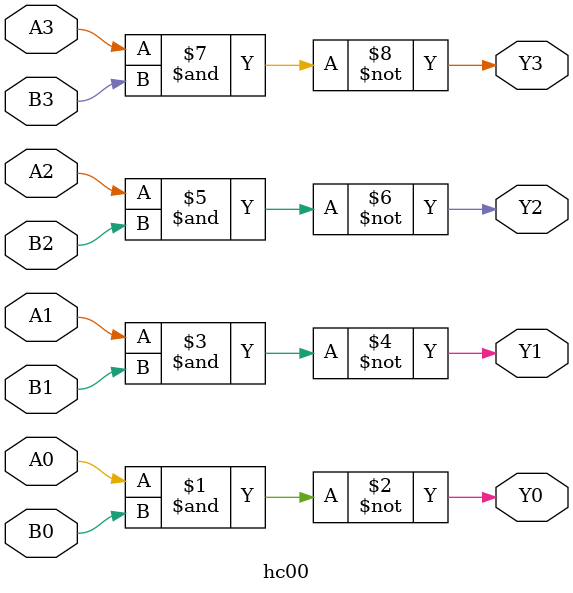
<source format=v>
module hc00 (
	input A0,
	input B0,
	output Y0,
	input A1,
	input B1,
	output Y1,
	input A2,
	input B2,
	output Y2,
	input A3,
	input B3,
	output Y3
);

assign Y0 = ~(A0 & B0);
assign Y1 = ~(A1 & B1);
assign Y2 = ~(A2 & B2);
assign Y3 = ~(A3 & B3);

endmodule

</source>
